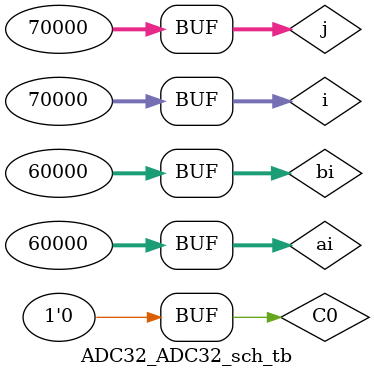
<source format=v>

`timescale 1ns / 1ps

module ADC32_ADC32_sch_tb();

// Inputs
   reg [31:0] ai;
   reg [31:0] bi;
   reg C0;

// Output
   wire Co;
   wire [31:0] s;

// Bidirs

// Instantiate the UUT
   ADC32 UUT (
		.ai(ai), 
		.bi(bi), 
		.C0(C0), 
		.Co(Co), 
		.s(s)
   );
// Initialize Inputs
   //`ifdef auto_init
   
	integer i,j;
	initial begin
		ai = 0;
		bi = 0;
		C0 = 0;
		#50;
		
		/*for (i=0;i<=31;i=i+1)
		begin 
			ai=ai*2+1;
			bi=1;
			#50;
		end*/
		
		for (i=0;i<=65535;i=i+10000)
			for (j=0;j<=65535;j=j+10000)
			begin
				ai=i;bi=j;
				#50;
			end
	end
   //`endif
endmodule

</source>
